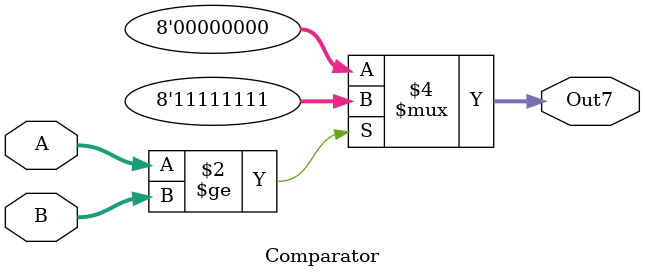
<source format=v>
`timescale 1ns / 1ps
module Comparator(
	input [7:0] A,
	input [7:0] B,
	output [7:0] Out7
);

	reg[7:0] Out7;
	always@(A or B)
	begin
		if (A >= B)
			Out7 <= 8'b11111111;
		else
			Out7 <= 8'b00000000;
	end

endmodule

</source>
